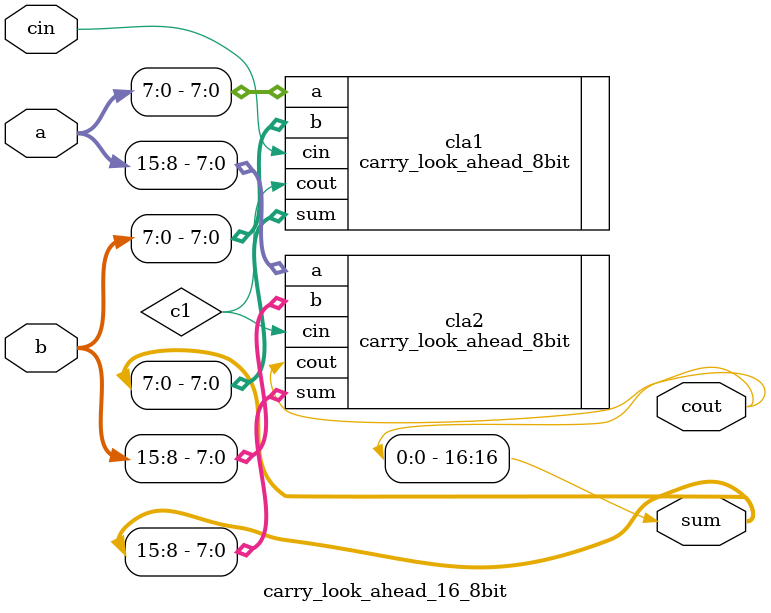
<source format=v>
module carry_look_ahead_16_8bit(a,b, cin, sum,cout);
input [15:0] a,b;
input cin;
output [16:0] sum;
output cout;
wire c1;

carry_look_ahead_8bit cla1 (.a(a[7:0]), .b(b[7:0]), .cin(cin), .sum(sum[7:0]), .cout(c1));
carry_look_ahead_8bit cla2 (.a(a[15:8]), .b(b[15:8]), .cin(c1), .sum(sum[15:8]), .cout(cout));
 assign sum[16] = cout;
endmodule


</source>
